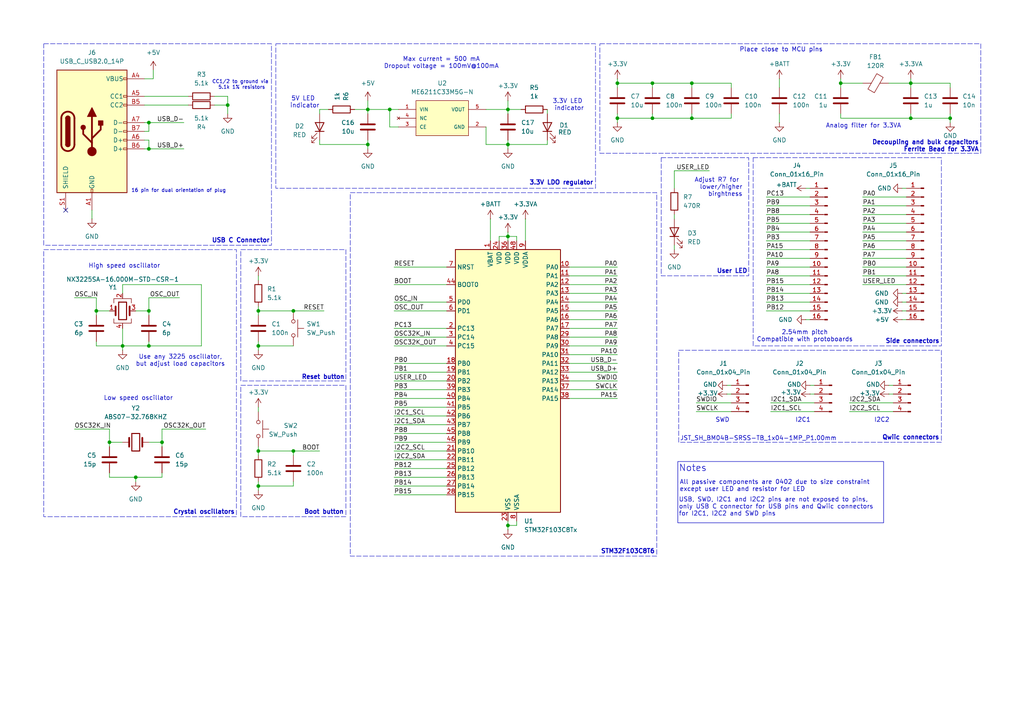
<source format=kicad_sch>
(kicad_sch (version 20250114) (generator "eeschema") (generator_version "9.0")
  (paper "A4")
  (title_block (title "SparkFun Qwiic-Compatible STM32F103C8T6") (date "2025-10-23") (rev "1.0") (company "Marko Petrov"))
  (lib_symbols
    (symbol "Connector:Conn_01x04_Pin" (pin_names (offset 1.016) (hide yes))
      (property "Reference" "J" (at 0 5.08 0))
      (property "Value" "Conn_01x04_Pin" (at 0 -7.62 0))
      (symbol "Conn_01x04_Pin_1_1"
        (pin passive line (at 5.08 2.54 180) (length 3.81) (name "Pin_1") (number "1"))
        (pin passive line (at 5.08 0 180) (length 3.81) (name "Pin_2") (number "2"))
        (pin passive line (at 5.08 -2.54 180) (length 3.81) (name "Pin_3") (number "3"))
        (pin passive line (at 5.08 -5.08 180) (length 3.81) (name "Pin_4") (number "4"))
      )
    )
    (symbol "Connector:Conn_01x16_Pin" (pin_names (offset 1.016) (hide yes))
      (property "Reference" "J" (at 0 20.32 0))
      (property "Value" "Conn_01x16_Pin" (at 0 -22.86 0))
      (symbol "Conn_01x16_Pin_1_1"
        (pin passive line (at 5.08 17.78 180) (length 3.81) (name "Pin_1") (number "1"))
        (pin passive line (at 5.08 15.24 180) (length 3.81) (name "Pin_2") (number "2"))
        (pin passive line (at 5.08 12.7 180) (length 3.81) (name "Pin_3") (number "3"))
        (pin passive line (at 5.08 10.16 180) (length 3.81) (name "Pin_4") (number "4"))
        (pin passive line (at 5.08 7.62 180) (length 3.81) (name "Pin_5") (number "5"))
        (pin passive line (at 5.08 5.08 180) (length 3.81) (name "Pin_6") (number "6"))
        (pin passive line (at 5.08 2.54 180) (length 3.81) (name "Pin_7") (number "7"))
        (pin passive line (at 5.08 0 180) (length 3.81) (name "Pin_8") (number "8"))
        (pin passive line (at 5.08 -2.54 180) (length 3.81) (name "Pin_9") (number "9"))
        (pin passive line (at 5.08 -5.08 180) (length 3.81) (name "Pin_10") (number "10"))
        (pin passive line (at 5.08 -7.62 180) (length 3.81) (name "Pin_11") (number "11"))
        (pin passive line (at 5.08 -10.16 180) (length 3.81) (name "Pin_12") (number "12"))
        (pin passive line (at 5.08 -12.7 180) (length 3.81) (name "Pin_13") (number "13"))
        (pin passive line (at 5.08 -15.24 180) (length 3.81) (name "Pin_14") (number "14"))
        (pin passive line (at 5.08 -17.78 180) (length 3.81) (name "Pin_15") (number "15"))
        (pin passive line (at 5.08 -20.32 180) (length 3.81) (name "Pin_16") (number "16"))
      )
    )
    (symbol "Connector:USB_C_Receptacle_USB2.0_14P" (pin_names (offset 1.016))
      (property "Reference" "J" (at 0 22.225 0))
      (property "Value" "USB_C_Receptacle_USB2.0_14P" (at 0 19.685 0))
      (symbol "USB_C_Receptacle_USB2.0_14P_1_1"
        (pin passive line (at -7.62 -22.86 90) (length 5.08) (name "SHIELD") (number "S1"))
        (pin passive line (at 0 -22.86 90) (length 5.08) (name "GND") (number "A1"))
        (pin passive line (at 0 -22.86 90) (length 5.08) (hide yes) (name "GND") (number "A12"))
        (pin passive line (at 0 -22.86 90) (length 5.08) (hide yes) (name "GND") (number "B1"))
        (pin passive line (at 0 -22.86 90) (length 5.08) (hide yes) (name "GND") (number "B12"))
        (pin passive line (at 15.24 15.24 180) (length 5.08) (name "VBUS") (number "A4"))
        (pin passive line (at 15.24 15.24 180) (length 5.08) (hide yes) (name "VBUS") (number "A9"))
        (pin passive line (at 15.24 15.24 180) (length 5.08) (hide yes) (name "VBUS") (number "B4"))
        (pin passive line (at 15.24 15.24 180) (length 5.08) (hide yes) (name "VBUS") (number "B9"))
        (pin bidirectional line (at 15.24 10.16 180) (length 5.08) (name "CC1") (number "A5"))
        (pin bidirectional line (at 15.24 7.62 180) (length 5.08) (name "CC2") (number "B5"))
        (pin bidirectional line (at 15.24 2.54 180) (length 5.08) (name "D-") (number "A7"))
        (pin bidirectional line (at 15.24 0 180) (length 5.08) (name "D-") (number "B7"))
        (pin bidirectional line (at 15.24 -2.54 180) (length 5.08) (name "D+") (number "A6"))
        (pin bidirectional line (at 15.24 -5.08 180) (length 5.08) (name "D+") (number "B6"))
      )
    )
    (symbol "Device:C" (pin_numbers (hide yes)) (pin_names (offset 0.254))
      (property "Reference" "C" (at 0.635 2.54 0))
      (property "Value" "C" (at 0.635 -2.54 0))
      (symbol "C_1_1"
        (pin passive line (at 0 3.81 270) (length 2.794) (name "~") (number "1"))
        (pin passive line (at 0 -3.81 90) (length 2.794) (name "~") (number "2"))
      )
    )
    (symbol "Device:Crystal" (pin_numbers (hide yes)) (pin_names (offset 1.016) (hide yes))
      (property "Reference" "Y" (at 0 3.81 0))
      (property "Value" "Crystal" (at 0 -3.81 0))
      (symbol "Crystal_1_1"
        (pin passive line (at -3.81 0 0) (length 1.27) (name "1") (number "1"))
        (pin passive line (at 3.81 0 180) (length 1.27) (name "2") (number "2"))
      )
    )
    (symbol "Device:Crystal_GND24" (pin_names (offset 1.016) (hide yes))
      (property "Reference" "Y" (at 3.175 5.08 0))
      (property "Value" "Crystal_GND24" (at 3.175 3.175 0))
      (symbol "Crystal_GND24_1_1"
        (pin passive line (at -3.81 0 0) (length 1.27) (name "1") (number "1"))
        (pin passive line (at 0 5.08 270) (length 1.27) (name "2") (number "2"))
        (pin passive line (at 0 -5.08 90) (length 1.27) (name "4") (number "4"))
        (pin passive line (at 3.81 0 180) (length 1.27) (name "3") (number "3"))
      )
    )
    (symbol "Device:FerriteBead" (pin_numbers (hide yes)) (pin_names (offset 0))
      (property "Reference" "FB" (at -3.81 0.635 90))
      (property "Value" "FerriteBead" (at 3.81 0 90))
      (symbol "FerriteBead_1_1"
        (pin passive line (at 0 3.81 270) (length 2.54) (name "~") (number "1"))
        (pin passive line (at 0 -3.81 90) (length 2.54) (name "~") (number "2"))
      )
    )
    (symbol "Device:LED" (pin_numbers (hide yes)) (pin_names (offset 1.016) (hide yes))
      (property "Reference" "D" (at 0 2.54 0))
      (property "Value" "LED" (at 0 -2.54 0))
      (symbol "LED_1_1"
        (pin passive line (at -3.81 0 0) (length 2.54) (name "K") (number "1"))
        (pin passive line (at 3.81 0 180) (length 2.54) (name "A") (number "2"))
      )
    )
    (symbol "Device:R" (pin_numbers (hide yes)) (pin_names (offset 0))
      (property "Reference" "R" (at 2.032 0 90))
      (property "Value" "R" (at 0 0 90))
      (symbol "R_1_1"
        (pin passive line (at 0 3.81 270) (length 1.27) (name "~") (number "1"))
        (pin passive line (at 0 -3.81 90) (length 1.27) (name "~") (number "2"))
      )
    )
    (symbol "MCU_ST_STM32F1:STM32F103C8Tx"
      (property "Reference" "U" (at -15.24 39.37 0))
      (property "Value" "STM32F103C8Tx" (at 7.62 39.37 0))
      (symbol "STM32F103C8Tx_1_1"
        (pin input line (at -17.78 33.02 0) (length 2.54) (name "NRST") (number "7"))
        (pin input line (at -17.78 27.94 0) (length 2.54) (name "BOOT0") (number "44"))
        (pin bidirectional line (at -17.78 22.86 0) (length 2.54) (name "PD0") (number "5"))
        (pin bidirectional line (at -17.78 20.32 0) (length 2.54) (name "PD1") (number "6"))
        (pin bidirectional line (at -17.78 15.24 0) (length 2.54) (name "PC13") (number "2"))
        (pin bidirectional line (at -17.78 12.7 0) (length 2.54) (name "PC14") (number "3"))
        (pin bidirectional line (at -17.78 10.16 0) (length 2.54) (name "PC15") (number "4"))
        (pin bidirectional line (at -17.78 5.08 0) (length 2.54) (name "PB0") (number "18"))
        (pin bidirectional line (at -17.78 2.54 0) (length 2.54) (name "PB1") (number "19"))
        (pin bidirectional line (at -17.78 0 0) (length 2.54) (name "PB2") (number "20"))
        (pin bidirectional line (at -17.78 -2.54 0) (length 2.54) (name "PB3") (number "39"))
        (pin bidirectional line (at -17.78 -5.08 0) (length 2.54) (name "PB4") (number "40"))
        (pin bidirectional line (at -17.78 -7.62 0) (length 2.54) (name "PB5") (number "41"))
        (pin bidirectional line (at -17.78 -10.16 0) (length 2.54) (name "PB6") (number "42"))
        (pin bidirectional line (at -17.78 -12.7 0) (length 2.54) (name "PB7") (number "43"))
        (pin bidirectional line (at -17.78 -15.24 0) (length 2.54) (name "PB8") (number "45"))
        (pin bidirectional line (at -17.78 -17.78 0) (length 2.54) (name "PB9") (number "46"))
        (pin bidirectional line (at -17.78 -20.32 0) (length 2.54) (name "PB10") (number "21"))
        (pin bidirectional line (at -17.78 -22.86 0) (length 2.54) (name "PB11") (number "22"))
        (pin bidirectional line (at -17.78 -25.4 0) (length 2.54) (name "PB12") (number "25"))
        (pin bidirectional line (at -17.78 -27.94 0) (length 2.54) (name "PB13") (number "26"))
        (pin bidirectional line (at -17.78 -30.48 0) (length 2.54) (name "PB14") (number "27"))
        (pin bidirectional line (at -17.78 -33.02 0) (length 2.54) (name "PB15") (number "28"))
        (pin power_in line (at -5.08 40.64 270) (length 2.54) (name "VBAT") (number "1"))
        (pin power_in line (at -2.54 40.64 270) (length 2.54) (name "VDD") (number "24"))
        (pin power_in line (at 0 40.64 270) (length 2.54) (name "VDD") (number "36"))
        (pin power_in line (at 0 -40.64 90) (length 2.54) (name "VSS") (number "23"))
        (pin passive line (at 0 -40.64 90) (length 2.54) (hide yes) (name "VSS") (number "35"))
        (pin passive line (at 0 -40.64 90) (length 2.54) (hide yes) (name "VSS") (number "47"))
        (pin power_in line (at 2.54 40.64 270) (length 2.54) (name "VDD") (number "48"))
        (pin power_in line (at 2.54 -40.64 90) (length 2.54) (name "VSSA") (number "8"))
        (pin power_in line (at 5.08 40.64 270) (length 2.54) (name "VDDA") (number "9"))
        (pin bidirectional line (at 17.78 33.02 180) (length 2.54) (name "PA0") (number "10"))
        (pin bidirectional line (at 17.78 30.48 180) (length 2.54) (name "PA1") (number "11"))
        (pin bidirectional line (at 17.78 27.94 180) (length 2.54) (name "PA2") (number "12"))
        (pin bidirectional line (at 17.78 25.4 180) (length 2.54) (name "PA3") (number "13"))
        (pin bidirectional line (at 17.78 22.86 180) (length 2.54) (name "PA4") (number "14"))
        (pin bidirectional line (at 17.78 20.32 180) (length 2.54) (name "PA5") (number "15"))
        (pin bidirectional line (at 17.78 17.78 180) (length 2.54) (name "PA6") (number "16"))
        (pin bidirectional line (at 17.78 15.24 180) (length 2.54) (name "PA7") (number "17"))
        (pin bidirectional line (at 17.78 12.7 180) (length 2.54) (name "PA8") (number "29"))
        (pin bidirectional line (at 17.78 10.16 180) (length 2.54) (name "PA9") (number "30"))
        (pin bidirectional line (at 17.78 7.62 180) (length 2.54) (name "PA10") (number "31"))
        (pin bidirectional line (at 17.78 5.08 180) (length 2.54) (name "PA11") (number "32"))
        (pin bidirectional line (at 17.78 2.54 180) (length 2.54) (name "PA12") (number "33"))
        (pin bidirectional line (at 17.78 0 180) (length 2.54) (name "PA13") (number "34"))
        (pin bidirectional line (at 17.78 -2.54 180) (length 2.54) (name "PA14") (number "37"))
        (pin bidirectional line (at 17.78 -5.08 180) (length 2.54) (name "PA15") (number "38"))
      )
    )
    (symbol "Switch:SW_Push" (pin_numbers (hide yes)) (pin_names (offset 1.016) (hide yes))
      (property "Reference" "SW" (at 1.27 2.54 0))
      (property "Value" "SW_Push" (at 0 -1.524 0))
      (symbol "SW_Push_0_1"
        (pin passive line (at -5.08 0 0) (length 2.54) (name "1") (number "1"))
        (pin passive line (at 5.08 0 180) (length 2.54) (name "2") (number "2"))
      )
    )
    (symbol "User:XC6210B332MR-G" (pin_names (offset 1.016))
      (property "Reference" "U" (at -7.62 7.62 0))
      (property "Value" "XC6210B332MR-G" (at -7.62 -7.62 0))
      (symbol "XC6210B332MR-G_0_0"
        (pin input line (at -12.7 2.54 0) (length 5.08) (name "VIN") (number "1"))
        (pin no_connect line (at -12.7 0 0) (length 5.08) (name "NC") (number "4"))
        (pin bidirectional line (at -12.7 -2.54 0) (length 5.08) (name "CE") (number "3"))
        (pin output line (at 12.7 2.54 180) (length 5.08) (name "VOUT") (number "5"))
        (pin power_in line (at 12.7 -2.54 180) (length 5.08) (name "GND") (number "2"))
      )
    )
    (symbol "power:+3.3V" (power) (pin_numbers (hide yes)) (pin_names (offset 0) (hide yes))
      (property "Value" "+3.3V" (at 0 3.556 0))
      (symbol "+3.3V_1_1"
        (pin power_in line (at 0 0 90) (length 0) (name "~") (number "1"))
      )
    )
    (symbol "power:+3.3VA" (power) (pin_numbers (hide yes)) (pin_names (offset 0) (hide yes))
      (property "Value" "+3.3VA" (at 0 3.556 0))
      (symbol "+3.3VA_1_1"
        (pin power_in line (at 0 0 90) (length 0) (name "~") (number "1"))
      )
    )
    (symbol "power:+5V" (power) (pin_numbers (hide yes)) (pin_names (offset 0) (hide yes))
      (property "Value" "+5V" (at 0 3.556 0))
      (symbol "+5V_1_1"
        (pin power_in line (at 0 0 90) (length 0) (name "~") (number "1"))
      )
    )
    (symbol "power:+BATT" (power) (pin_numbers (hide yes)) (pin_names (offset 0) (hide yes))
      (property "Value" "+BATT" (at 0 3.556 0))
      (symbol "+BATT_1_1"
        (pin power_in line (at 0 0 90) (length 0) (name "~") (number "1"))
      )
    )
    (symbol "power:GND" (power) (pin_numbers (hide yes)) (pin_names (offset 0) (hide yes))
      (property "Value" "GND" (at 0 -3.81 0))
      (symbol "GND_1_1"
        (pin power_in line (at 0 0 270) (length 0) (name "~") (number "1"))
      )
    )
  )
  (rectangle (start 196.596 133.858) (end 256.286 151.638))
  (rectangle (start 191.77 45.72) (end 217.17 80.01) (stroke (width 0.127) (type dash)))
  (rectangle (start 12.7 72.39) (end 68.58 149.86) (stroke (width 0.127) (type dash)))
  (rectangle (start 218.44 45.72) (end 273.05 100.33) (stroke (width 0.127) (type dash)))
  (rectangle (start 101.6 55.88) (end 190.5 161.29) (stroke (width 0.127) (type dash)))
  (rectangle (start 69.85 72.39) (end 100.33 110.49) (stroke (width 0.127) (type dash)))
  (rectangle (start 12.7 12.7) (end 78.74 71.12) (stroke (width 0.127) (type dash)))
  (rectangle (start 80.01 12.7) (end 172.72 54.61) (stroke (width 0.127) (type dash)))
  (rectangle (start 69.85 111.76) (end 100.33 149.86) (stroke (width 0.127) (type dash)))
  (rectangle (start 196.85 101.6) (end 273.05 128.27) (stroke (width 0.127) (type dash)))
  (rectangle (start 173.99 12.7) (end 284.48 44.45) (stroke (width 0.127) (type dash)))
  (text "Reset button" (at 93.726 109.474 0) (effects (font (size 1.27 1.27) (thickness 0.254) (bold yes))))
  (text "Analog filter for 3.3VA" (at 250.444 36.576 0) (effects (font (size 1.27 1.27))))
  (text "Low speed oscillator" (at 40.132 115.57 0) (effects (font (size 1.27 1.27))))
  (text "I2C1" (at 232.918 121.92 0) (effects (font (size 1.27 1.27) (thickness 0.1588))))
  (text "3.3V LED \nindicator" (at 165.1 30.48 0) (effects (font (size 1.27 1.27))))
  (text "Place close to MCU pins" (at 226.568 14.478 0) (effects (font (size 1.27 1.27) (thickness 0.1588))))
  (text "Adjust R7 for \nlower/higher\nbirghtness" (at 215.392 54.356 0) (effects (font (size 1.27 1.27)) (justify right)))
  (text "Boot button" (at 93.98 148.59 0) (effects (font (size 1.27 1.27) (thickness 0.254) (bold yes))))
  (text "SWD" (at 209.55 121.92 0) (effects (font (size 1.27 1.27))))
  (text "CC1/2 to ground via \n5.1k 1% resistors" (at 70.104 24.638 0) (effects (font (size 1.016 1.016))))
  (text "Crystal oscillators" (at 59.182 148.59 0) (effects (font (size 1.27 1.27) (thickness 0.254) (bold yes))))
  (text "User LED" (at 212.344 78.74 0) (effects (font (size 1.27 1.27) (thickness 0.254) (bold yes))))
  (text "5V LED \nindicator" (at 88.392 29.718 0) (effects (font (size 1.27 1.27))))
  (text "Decoupling and bulk capacitors\nFerrite Bead for 3.3VA" (at 283.972 42.418 0) (effects (font (size 1.27 1.27) (thickness 0.254) (bold yes)) (justify right)))
  (text "USB, SWD, I2C1 and I2C2 pins are not exposed to pins,\nonly USB C connector for USB pins and Qwiic connectors\nfor I2C1, I2C2 and SWD pins" (at 196.85 147.066 0) (effects (font (size 1.27 1.27)) (justify left)))
  (text "2.54mm pitch\nCompatible with protoboards" (at 233.426 97.536 0) (effects (font (size 1.27 1.27) (thickness 0.1588))))
  (text "USB C Connector" (at 69.85 69.85 0) (effects (font (size 1.27 1.27) (thickness 0.254) (bold yes))))
  (text "STM32F103C8T6" (at 182.118 160.02 0) (effects (font (size 1.27 1.27) (thickness 0.254) (bold yes))))
  (text "3.3V LDO regulator" (at 162.814 53.086 0) (effects (font (size 1.27 1.27) (thickness 0.254) (bold yes))))
  (text "All passive components are 0402 due to size constraint\nexcept user LED and resistor for LED" (at 197.104 140.97 0) (effects (font (size 1.27 1.27) (thickness 0.1588)) (justify left)))
  (text "Max current = 500 mA\nDropout voltage = 100mV@100mA" (at 128.016 18.288 0) (effects (font (size 1.27 1.27))))
  (text "16 pin for dual orientation of plug" (at 51.816 55.372 0) (effects (font (size 1.016 1.016))))
  (text "Side connectors" (at 264.668 99.06 0) (effects (font (size 1.27 1.27) (thickness 0.254) (bold yes))))
  (text "Notes" (at 196.85 135.89 0) (effects (font (size 1.905 1.905) (thickness 0.1588)) (justify left)))
  (text "High speed oscillator" (at 36.068 77.216 0) (effects (font (size 1.27 1.27))))
  (text "I2C2" (at 255.778 121.92 0) (effects (font (size 1.27 1.27) (thickness 0.1588))))
  (text "Use any 3225 oscillator,\nbut adjust load capacitors" (at 52.324 104.648 0) (effects (font (size 1.27 1.27))))
  (text "JST_SH_BM04B-SRSS-TB_1x04-1MP_P1.00mm" (at 219.964 127.254 0) (effects (font (size 1.27 1.27))))
  (text "Qwiic connectors" (at 264.16 127 0) (effects (font (size 1.27 1.27) (thickness 0.254) (bold yes))))
  (junction (at 43.18 35.56))
  (junction (at 189.23 24.13))
  (junction (at 74.93 130.81))
  (junction (at 66.04 30.48))
  (junction (at 113.03 31.75))
  (junction (at 106.68 41.91))
  (junction (at 85.09 130.81))
  (junction (at 74.93 100.33))
  (junction (at 85.09 90.17))
  (junction (at 147.32 152.4))
  (junction (at 200.66 24.13))
  (junction (at 43.18 43.18))
  (junction (at 31.75 128.27))
  (junction (at 43.18 100.33))
  (junction (at 35.56 100.33))
  (junction (at 147.32 68.58))
  (junction (at 74.93 140.97))
  (junction (at 147.32 41.91))
  (junction (at 43.18 90.17))
  (junction (at 264.16 24.13))
  (junction (at 179.07 24.13))
  (junction (at 74.93 90.17))
  (junction (at 39.37 138.43))
  (junction (at 147.32 31.75))
  (junction (at 27.94 90.17))
  (junction (at 46.99 128.27))
  (junction (at 275.59 34.29))
  (junction (at 200.66 34.29))
  (junction (at 243.84 24.13))
  (junction (at 189.23 34.29))
  (junction (at 179.07 34.29))
  (junction (at 264.16 34.29))
  (junction (at 106.68 31.75))
  (no_connect (at 19.05 60.96))
  (wire (pts (xy 35.56 101.6) (xy 35.56 100.33)))
  (wire (pts (xy 264.16 34.29) (xy 243.84 34.29)))
  (wire (pts (xy 147.32 43.18) (xy 147.32 41.91)))
  (wire (pts (xy 222.25 69.85) (xy 234.95 69.85)))
  (wire (pts (xy 39.37 139.7) (xy 39.37 138.43)))
  (wire (pts (xy 250.19 64.77) (xy 262.89 64.77)))
  (wire (pts (xy 27.94 86.36) (xy 27.94 90.17)))
  (wire (pts (xy 195.58 71.12) (xy 195.58 72.39)))
  (wire (pts (xy 147.32 40.64) (xy 147.32 41.91)))
  (wire (pts (xy 85.09 90.17) (xy 93.98 90.17)))
  (wire (pts (xy 85.09 130.81) (xy 92.71 130.81)))
  (wire (pts (xy 35.56 82.55) (xy 58.42 82.55)))
  (wire (pts (xy 43.18 40.64) (xy 43.18 43.18)))
  (wire (pts (xy 66.04 30.48) (xy 66.04 33.02)))
  (wire (pts (xy 250.19 72.39) (xy 262.89 72.39)))
  (wire (pts (xy 115.57 36.83) (xy 113.03 36.83)))
  (wire (pts (xy 189.23 34.29) (xy 200.66 34.29)))
  (wire (pts (xy 114.3 105.41) (xy 129.54 105.41)))
  (wire (pts (xy 35.56 95.25) (xy 35.56 100.33)))
  (wire (pts (xy 165.1 105.41) (xy 179.07 105.41)))
  (wire (pts (xy 147.32 41.91) (xy 158.75 41.91)))
  (wire (pts (xy 250.19 67.31) (xy 262.89 67.31)))
  (wire (pts (xy 250.19 69.85) (xy 262.89 69.85)))
  (wire (pts (xy 106.68 41.91) (xy 106.68 43.18)))
  (wire (pts (xy 147.32 33.02) (xy 147.32 31.75)))
  (wire (pts (xy 46.99 128.27) (xy 43.18 128.27)))
  (wire (pts (xy 66.04 27.94) (xy 66.04 30.48)))
  (wire (pts (xy 222.25 67.31) (xy 234.95 67.31)))
  (wire (pts (xy 179.07 34.29) (xy 189.23 34.29)))
  (wire (pts (xy 106.68 29.21) (xy 106.68 31.75)))
  (wire (pts (xy 147.32 29.21) (xy 147.32 31.75)))
  (wire (pts (xy 114.3 113.03) (xy 129.54 113.03)))
  (wire (pts (xy 43.18 35.56) (xy 53.34 35.56)))
  (wire (pts (xy 223.52 116.84) (xy 236.22 116.84)))
  (wire (pts (xy 234.95 114.3) (xy 236.22 114.3)))
  (wire (pts (xy 147.32 151.13) (xy 147.32 152.4)))
  (wire (pts (xy 58.42 100.33) (xy 43.18 100.33)))
  (wire (pts (xy 179.07 34.29) (xy 179.07 35.56)))
  (wire (pts (xy 74.93 90.17) (xy 74.93 91.44)))
  (wire (pts (xy 261.62 85.09) (xy 262.89 85.09)))
  (wire (pts (xy 250.19 80.01) (xy 262.89 80.01)))
  (wire (pts (xy 149.86 151.13) (xy 149.86 152.4)))
  (wire (pts (xy 144.78 68.58) (xy 144.78 69.85)))
  (wire (pts (xy 43.18 43.18) (xy 53.34 43.18)))
  (wire (pts (xy 257.81 111.76) (xy 259.08 111.76)))
  (wire (pts (xy 74.93 100.33) (xy 85.09 100.33)))
  (wire (pts (xy 233.68 54.61) (xy 234.95 54.61)))
  (wire (pts (xy 43.18 100.33) (xy 35.56 100.33)))
  (wire (pts (xy 210.82 111.76) (xy 212.09 111.76)))
  (wire (pts (xy 165.1 97.79) (xy 179.07 97.79)))
  (wire (pts (xy 179.07 24.13) (xy 179.07 25.4)))
  (wire (pts (xy 74.93 90.17) (xy 85.09 90.17)))
  (wire (pts (xy 261.62 54.61) (xy 262.89 54.61)))
  (wire (pts (xy 27.94 100.33) (xy 35.56 100.33)))
  (wire (pts (xy 46.99 138.43) (xy 46.99 137.16)))
  (wire (pts (xy 43.18 35.56) (xy 43.18 38.1)))
  (wire (pts (xy 74.93 118.11) (xy 74.93 119.38)))
  (wire (pts (xy 275.59 25.4) (xy 275.59 24.13)))
  (wire (pts (xy 58.42 82.55) (xy 58.42 100.33)))
  (wire (pts (xy 165.1 80.01) (xy 179.07 80.01)))
  (wire (pts (xy 85.09 140.97) (xy 74.93 140.97)))
  (wire (pts (xy 261.62 92.71) (xy 262.89 92.71)))
  (wire (pts (xy 195.58 49.53) (xy 195.58 54.61)))
  (wire (pts (xy 275.59 34.29) (xy 275.59 35.56)))
  (wire (pts (xy 212.09 25.4) (xy 212.09 24.13)))
  (wire (pts (xy 243.84 24.13) (xy 250.19 24.13)))
  (wire (pts (xy 222.25 72.39) (xy 234.95 72.39)))
  (wire (pts (xy 165.1 82.55) (xy 179.07 82.55)))
  (wire (pts (xy 246.38 116.84) (xy 259.08 116.84)))
  (wire (pts (xy 43.18 90.17) (xy 39.37 90.17)))
  (wire (pts (xy 95.25 31.75) (xy 92.71 31.75)))
  (wire (pts (xy 234.95 111.76) (xy 236.22 111.76)))
  (wire (pts (xy 92.71 41.91) (xy 106.68 41.91)))
  (wire (pts (xy 250.19 62.23) (xy 262.89 62.23)))
  (wire (pts (xy 222.25 57.15) (xy 234.95 57.15)))
  (wire (pts (xy 147.32 69.85) (xy 147.32 68.58)))
  (wire (pts (xy 62.23 27.94) (xy 66.04 27.94)))
  (wire (pts (xy 179.07 22.86) (xy 179.07 24.13)))
  (wire (pts (xy 113.03 31.75) (xy 113.03 36.83)))
  (wire (pts (xy 243.84 33.02) (xy 243.84 34.29)))
  (wire (pts (xy 114.3 123.19) (xy 129.54 123.19)))
  (wire (pts (xy 223.52 119.38) (xy 236.22 119.38)))
  (wire (pts (xy 114.3 95.25) (xy 129.54 95.25)))
  (wire (pts (xy 44.45 20.32) (xy 44.45 22.86)))
  (wire (pts (xy 226.06 33.02) (xy 226.06 35.56)))
  (wire (pts (xy 74.93 129.54) (xy 74.93 130.81)))
  (wire (pts (xy 165.1 115.57) (xy 179.07 115.57)))
  (wire (pts (xy 222.25 62.23) (xy 234.95 62.23)))
  (wire (pts (xy 257.81 24.13) (xy 264.16 24.13)))
  (wire (pts (xy 74.93 139.7) (xy 74.93 140.97)))
  (wire (pts (xy 226.06 22.86) (xy 226.06 25.4)))
  (wire (pts (xy 264.16 33.02) (xy 264.16 34.29)))
  (wire (pts (xy 243.84 24.13) (xy 243.84 25.4)))
  (wire (pts (xy 44.45 22.86) (xy 41.91 22.86)))
  (wire (pts (xy 250.19 77.47) (xy 262.89 77.47)))
  (wire (pts (xy 201.93 119.38) (xy 212.09 119.38)))
  (wire (pts (xy 165.1 92.71) (xy 179.07 92.71)))
  (wire (pts (xy 114.3 138.43) (xy 129.54 138.43)))
  (wire (pts (xy 222.25 80.01) (xy 234.95 80.01)))
  (wire (pts (xy 35.56 85.09) (xy 35.56 82.55)))
  (wire (pts (xy 147.32 68.58) (xy 144.78 68.58)))
  (wire (pts (xy 189.23 33.02) (xy 189.23 34.29)))
  (wire (pts (xy 264.16 25.4) (xy 264.16 24.13)))
  (wire (pts (xy 46.99 129.54) (xy 46.99 128.27)))
  (wire (pts (xy 189.23 24.13) (xy 189.23 25.4)))
  (wire (pts (xy 92.71 40.64) (xy 92.71 41.91)))
  (wire (pts (xy 264.16 24.13) (xy 275.59 24.13)))
  (wire (pts (xy 114.3 140.97) (xy 129.54 140.97)))
  (wire (pts (xy 31.75 124.46) (xy 31.75 128.27)))
  (wire (pts (xy 41.91 35.56) (xy 43.18 35.56)))
  (wire (pts (xy 165.1 113.03) (xy 179.07 113.03)))
  (wire (pts (xy 46.99 128.27) (xy 46.99 124.46)))
  (wire (pts (xy 261.62 90.17) (xy 262.89 90.17)))
  (wire (pts (xy 201.93 116.84) (xy 212.09 116.84)))
  (wire (pts (xy 222.25 90.17) (xy 234.95 90.17)))
  (wire (pts (xy 74.93 100.33) (xy 74.93 101.6)))
  (wire (pts (xy 41.91 40.64) (xy 43.18 40.64)))
  (wire (pts (xy 43.18 90.17) (xy 43.18 86.36)))
  (wire (pts (xy 149.86 68.58) (xy 147.32 68.58)))
  (wire (pts (xy 92.71 31.75) (xy 92.71 33.02)))
  (wire (pts (xy 46.99 138.43) (xy 39.37 138.43)))
  (wire (pts (xy 114.3 115.57) (xy 129.54 115.57)))
  (wire (pts (xy 210.82 114.3) (xy 212.09 114.3)))
  (wire (pts (xy 31.75 90.17) (xy 27.94 90.17)))
  (wire (pts (xy 165.1 95.25) (xy 179.07 95.25)))
  (wire (pts (xy 114.3 118.11) (xy 129.54 118.11)))
  (wire (pts (xy 140.97 36.83) (xy 140.97 41.91)))
  (wire (pts (xy 74.93 140.97) (xy 74.93 142.24)))
  (wire (pts (xy 189.23 24.13) (xy 200.66 24.13)))
  (wire (pts (xy 275.59 34.29) (xy 264.16 34.29)))
  (wire (pts (xy 140.97 41.91) (xy 147.32 41.91)))
  (wire (pts (xy 147.32 31.75) (xy 151.13 31.75)))
  (wire (pts (xy 41.91 27.94) (xy 54.61 27.94)))
  (wire (pts (xy 31.75 128.27) (xy 31.75 129.54)))
  (wire (pts (xy 85.09 139.7) (xy 85.09 140.97)))
  (wire (pts (xy 106.68 31.75) (xy 106.68 33.02)))
  (wire (pts (xy 165.1 110.49) (xy 179.07 110.49)))
  (wire (pts (xy 212.09 33.02) (xy 212.09 34.29)))
  (wire (pts (xy 264.16 24.13) (xy 264.16 22.86)))
  (wire (pts (xy 114.3 130.81) (xy 129.54 130.81)))
  (wire (pts (xy 114.3 87.63) (xy 129.54 87.63)))
  (wire (pts (xy 74.93 130.81) (xy 85.09 130.81)))
  (wire (pts (xy 74.93 88.9) (xy 74.93 90.17)))
  (wire (pts (xy 106.68 40.64) (xy 106.68 41.91)))
  (wire (pts (xy 114.3 77.47) (xy 129.54 77.47)))
  (wire (pts (xy 222.25 74.93) (xy 234.95 74.93)))
  (wire (pts (xy 46.99 124.46) (xy 59.69 124.46)))
  (wire (pts (xy 233.68 92.71) (xy 234.95 92.71)))
  (wire (pts (xy 200.66 24.13) (xy 200.66 25.4)))
  (wire (pts (xy 222.25 85.09) (xy 234.95 85.09)))
  (wire (pts (xy 250.19 74.93) (xy 262.89 74.93)))
  (wire (pts (xy 179.07 24.13) (xy 189.23 24.13)))
  (wire (pts (xy 222.25 87.63) (xy 234.95 87.63)))
  (wire (pts (xy 149.86 152.4) (xy 147.32 152.4)))
  (wire (pts (xy 275.59 33.02) (xy 275.59 34.29)))
  (wire (pts (xy 165.1 107.95) (xy 179.07 107.95)))
  (wire (pts (xy 140.97 31.75) (xy 147.32 31.75)))
  (wire (pts (xy 114.3 97.79) (xy 129.54 97.79)))
  (wire (pts (xy 222.25 59.69) (xy 234.95 59.69)))
  (wire (pts (xy 41.91 30.48) (xy 54.61 30.48)))
  (wire (pts (xy 261.62 87.63) (xy 262.89 87.63)))
  (wire (pts (xy 114.3 90.17) (xy 129.54 90.17)))
  (wire (pts (xy 222.25 64.77) (xy 234.95 64.77)))
  (wire (pts (xy 243.84 22.86) (xy 243.84 24.13)))
  (wire (pts (xy 115.57 31.75) (xy 113.03 31.75)))
  (wire (pts (xy 179.07 33.02) (xy 179.07 34.29)))
  (wire (pts (xy 114.3 107.95) (xy 129.54 107.95)))
  (wire (pts (xy 21.59 124.46) (xy 31.75 124.46)))
  (wire (pts (xy 102.87 31.75) (xy 106.68 31.75)))
  (wire (pts (xy 62.23 30.48) (xy 66.04 30.48)))
  (wire (pts (xy 142.24 63.5) (xy 142.24 69.85)))
  (wire (pts (xy 31.75 138.43) (xy 39.37 138.43)))
  (wire (pts (xy 43.18 100.33) (xy 43.18 99.06)))
  (wire (pts (xy 147.32 67.31) (xy 147.32 68.58)))
  (wire (pts (xy 114.3 133.35) (xy 129.54 133.35)))
  (wire (pts (xy 114.3 100.33) (xy 129.54 100.33)))
  (wire (pts (xy 85.09 130.81) (xy 85.09 132.08)))
  (wire (pts (xy 27.94 99.06) (xy 27.94 100.33)))
  (wire (pts (xy 246.38 119.38) (xy 259.08 119.38)))
  (wire (pts (xy 26.67 60.96) (xy 26.67 63.5)))
  (wire (pts (xy 41.91 38.1) (xy 43.18 38.1)))
  (wire (pts (xy 165.1 102.87) (xy 179.07 102.87)))
  (wire (pts (xy 27.94 90.17) (xy 27.94 91.44)))
  (wire (pts (xy 158.75 40.64) (xy 158.75 41.91)))
  (wire (pts (xy 195.58 62.23) (xy 195.58 63.5)))
  (wire (pts (xy 165.1 100.33) (xy 179.07 100.33)))
  (wire (pts (xy 31.75 137.16) (xy 31.75 138.43)))
  (wire (pts (xy 165.1 77.47) (xy 179.07 77.47)))
  (wire (pts (xy 74.93 130.81) (xy 74.93 132.08)))
  (wire (pts (xy 41.91 43.18) (xy 43.18 43.18)))
  (wire (pts (xy 149.86 69.85) (xy 149.86 68.58)))
  (wire (pts (xy 114.3 120.65) (xy 129.54 120.65)))
  (wire (pts (xy 250.19 82.55) (xy 262.89 82.55)))
  (wire (pts (xy 114.3 110.49) (xy 129.54 110.49)))
  (wire (pts (xy 114.3 82.55) (xy 129.54 82.55)))
  (wire (pts (xy 200.66 34.29) (xy 212.09 34.29)))
  (wire (pts (xy 200.66 24.13) (xy 212.09 24.13)))
  (wire (pts (xy 158.75 31.75) (xy 158.75 33.02)))
  (wire (pts (xy 113.03 31.75) (xy 106.68 31.75)))
  (wire (pts (xy 114.3 128.27) (xy 129.54 128.27)))
  (wire (pts (xy 165.1 90.17) (xy 179.07 90.17)))
  (wire (pts (xy 250.19 57.15) (xy 262.89 57.15)))
  (wire (pts (xy 74.93 80.01) (xy 74.93 81.28)))
  (wire (pts (xy 114.3 125.73) (xy 129.54 125.73)))
  (wire (pts (xy 222.25 82.55) (xy 234.95 82.55)))
  (wire (pts (xy 43.18 91.44) (xy 43.18 90.17)))
  (wire (pts (xy 165.1 85.09) (xy 179.07 85.09)))
  (wire (pts (xy 222.25 77.47) (xy 234.95 77.47)))
  (wire (pts (xy 250.19 59.69) (xy 262.89 59.69)))
  (wire (pts (xy 21.59 86.36) (xy 27.94 86.36)))
  (wire (pts (xy 205.74 49.53) (xy 195.58 49.53)))
  (wire (pts (xy 35.56 128.27) (xy 31.75 128.27)))
  (wire (pts (xy 74.93 99.06) (xy 74.93 100.33)))
  (wire (pts (xy 147.32 152.4) (xy 147.32 153.67)))
  (wire (pts (xy 114.3 143.51) (xy 129.54 143.51)))
  (wire (pts (xy 114.3 135.89) (xy 129.54 135.89)))
  (wire (pts (xy 200.66 33.02) (xy 200.66 34.29)))
  (wire (pts (xy 257.81 114.3) (xy 259.08 114.3)))
  (wire (pts (xy 43.18 86.36) (xy 52.07 86.36)))
  (wire (pts (xy 152.4 63.5) (xy 152.4 69.85)))
  (wire (pts (xy 165.1 87.63) (xy 179.07 87.63)))
  (label "I2C2_SDA" (at 114.3 133.35 0))
  (label "PB5" (at 114.3 118.11 0))
  (label "PC13" (at 114.3 95.25 0))
  (label "USB_D+" (at 53.34 43.18 180))
  (label "PB5" (at 222.25 64.77 0))
  (label "PB9" (at 114.3 128.27 0))
  (label "PB3" (at 222.25 69.85 0))
  (label "I2C1_SDA" (at 223.52 116.84 0))
  (label "PB8" (at 114.3 125.73 0))
  (label "PA5" (at 250.19 69.85 0))
  (label "PB1" (at 250.19 80.01 0))
  (label "PA4" (at 179.07 87.63 180))
  (label "PB14" (at 222.25 85.09 0))
  (label "PB4" (at 222.25 67.31 0))
  (label "USER_LED" (at 250.19 82.55 0))
  (label "OSC_IN" (at 114.3 87.63 0))
  (label "PA4" (at 250.19 67.31 0))
  (label "PA15" (at 179.07 115.57 180))
  (label "PA8" (at 179.07 97.79 180))
  (label "OSC32K_IN" (at 114.3 97.79 0))
  (label "RESET" (at 114.3 77.47 0))
  (label "USER_LED" (at 205.74 49.53 180))
  (label "PA0" (at 250.19 57.15 0))
  (label "PA8" (at 222.25 80.01 0))
  (label "OSC32K_IN" (at 21.59 124.46 0))
  (label "I2C1_SCL" (at 223.52 119.38 0))
  (label "PB15" (at 114.3 143.51 0))
  (label "USER_LED" (at 114.3 110.49 0))
  (label "PA9" (at 179.07 100.33 180))
  (label "I2C2_SCL" (at 246.38 119.38 0))
  (label "PA10" (at 179.07 102.87 180))
  (label "I2C2_SDA" (at 246.38 116.84 0))
  (label "OSC_OUT" (at 52.07 86.36 180))
  (label "I2C1_SDA" (at 114.3 123.19 0))
  (label "USB_D-" (at 179.07 105.41 180))
  (label "USB_D-" (at 53.34 35.56 180))
  (label "PC13" (at 222.25 57.15 0))
  (label "I2C1_SCL" (at 114.3 120.65 0))
  (label "PA6" (at 250.19 72.39 0))
  (label "USB_D+" (at 179.07 107.95 180))
  (label "PA10" (at 222.25 74.93 0))
  (label "PA1" (at 250.19 59.69 0))
  (label "PB8" (at 222.25 62.23 0))
  (label "PB0" (at 250.19 77.47 0))
  (label "SWDIO" (at 201.93 116.84 0))
  (label "PB0" (at 114.3 105.41 0))
  (label "PA2" (at 250.19 62.23 0))
  (label "PA7" (at 250.19 74.93 0))
  (label "SWCLK" (at 201.93 119.38 0))
  (label "SWCLK" (at 179.07 113.03 180))
  (label "OSC32K_OUT" (at 114.3 100.33 0))
  (label "PB4" (at 114.3 115.57 0))
  (label "BOOT" (at 114.3 82.55 0))
  (label "PB3" (at 114.3 113.03 0))
  (label "PA7" (at 179.07 95.25 180))
  (label "PB12" (at 222.25 90.17 0))
  (label "PB15" (at 222.25 82.55 0))
  (label "PB13" (at 114.3 138.43 0))
  (label "PA0" (at 179.07 77.47 180))
  (label "RESET" (at 93.98 90.17 180))
  (label "PA15" (at 222.25 72.39 0))
  (label "PA9" (at 222.25 77.47 0))
  (label "PA3" (at 179.07 85.09 180))
  (label "PA6" (at 179.07 92.71 180))
  (label "PB13" (at 222.25 87.63 0))
  (label "PA1" (at 179.07 80.01 180))
  (label "PA3" (at 250.19 64.77 0))
  (label "OSC_IN" (at 21.59 86.36 0))
  (label "PB1" (at 114.3 107.95 0))
  (label "I2C2_SCL" (at 114.3 130.81 0))
  (label "OSC32K_OUT" (at 59.69 124.46 180))
  (label "PA5" (at 179.07 90.17 180))
  (label "PB12" (at 114.3 135.89 0))
  (label "SWDIO" (at 179.07 110.49 180))
  (label "PB14" (at 114.3 140.97 0))
  (label "PB9" (at 222.25 59.69 0))
  (label "BOOT" (at 92.71 130.81 180))
  (label "OSC_OUT" (at 114.3 90.17 0))
  (label "PA2" (at 179.07 82.55 180))
  (symbol (lib_id "Device:C") (at 275.59 29.21 0) (unit 1)
    (property "Reference" "C14" (at 279.146 27.94 0) (effects (justify left)))
    (property "Value" "10n" (at 279.146 30.48 0) (effects (justify left)))
    (property "Footprint" "Capacitor_SMD:C_0402_1005Metric" (effects (hide yes)))
    (property "Description" "Unpolarized capacitor" (effects (hide yes)))
  )
  (symbol (lib_id "Device:C") (at 147.32 36.83 0) (mirror y) (unit 1)
    (property "Reference" "C17" (at 151.13 35.5599 0) (effects (justify right)))
    (property "Value" "10u" (at 151.13 38.0999 0) (effects (justify right)))
    (property "Footprint" "Capacitor_SMD:C_0402_1005Metric" (effects (hide yes)))
    (property "Description" "Unpolarized capacitor" (effects (hide yes)))
  )
  (symbol (lib_id "Connector:Conn_01x04_Pin") (at 264.16 114.3 0) (mirror y) (unit 1)
    (property "Reference" "J3" (at 254.762 105.41 0))
    (property "Value" "Conn_01x04_Pin" (at 254.762 107.95 0))
    (property "Footprint" "Connector_JST:JST_SH_SM04B-SRSS-TB_1x04-1MP_P1.00mm_Horizontal" (effects (hide yes)))
    (property "Description" "Generic connector, single row, 01x04, script generated" (effects (hide yes)))
  )
  (symbol (lib_id "power:GND") (at 195.58 72.39 0) (unit 1)
    (property "Reference" "#PWR034" (effects (hide yes)))
    (property "Value" "GND" (at 195.58 77.47 0))
    (property "Description" "Power symbol creates a global label with name \"GND\" , ground" (effects (hide yes)))
  )
  (symbol (lib_id "power:+3.3V") (at 179.07 22.86 0) (unit 1)
    (property "Reference" "#PWR017" (effects (hide yes)))
    (property "Value" "+3.3V" (at 179.07 18.542 0))
    (property "Description" "Power symbol creates a global label with name \"+3.3V\"" (effects (hide yes)))
  )
  (symbol (lib_id "Device:R") (at 99.06 31.75 90) (unit 1)
    (property "Reference" "R6" (at 100.33 27.94 0))
    (property "Value" "1k" (at 97.79 27.94 0))
    (property "Footprint" "Resistor_SMD:R_0402_1005Metric" (effects (hide yes)))
    (property "Description" "Resistor" (effects (hide yes)))
  )
  (symbol (lib_id "Device:R") (at 74.93 135.89 0) (unit 1)
    (property "Reference" "R2" (at 77.47 134.6199 0) (effects (justify left)))
    (property "Value" "5.1k" (at 77.47 137.1599 0) (effects (justify left)))
    (property "Footprint" "Resistor_SMD:R_0402_1005Metric" (effects (hide yes)))
    (property "Description" "Resistor" (effects (hide yes)))
  )
  (symbol (lib_id "Device:C") (at 85.09 135.89 0) (unit 1)
    (property "Reference" "C2" (at 88.9 134.6199 0) (effects (justify left)))
    (property "Value" "100n" (at 88.9 137.1599 0) (effects (justify left)))
    (property "Footprint" "Capacitor_SMD:C_0402_1005Metric" (effects (hide yes)))
    (property "Description" "Unpolarized capacitor" (effects (hide yes)))
  )
  (symbol (lib_id "power:+3.3V") (at 234.95 114.3 90) (unit 1)
    (property "Reference" "#PWR015" (effects (hide yes)))
    (property "Value" "+3.3V" (at 229.362 113.792 90))
    (property "Description" "Power symbol creates a global label with name \"+3.3V\"" (effects (hide yes)))
  )
  (symbol (lib_id "Device:R") (at 195.58 58.42 0) (unit 1)
    (property "Reference" "R7" (at 198.12 57.1499 0) (effects (justify left)))
    (property "Value" "470R" (at 198.12 59.6899 0) (effects (justify left)))
    (property "Footprint" "Resistor_SMD:R_0603_1608Metric" (effects (hide yes)))
    (property "Description" "Resistor" (effects (hide yes)))
  )
  (symbol (lib_id "power:GND") (at 26.67 63.5 0) (unit 1)
    (property "Reference" "#PWR025" (effects (hide yes)))
    (property "Value" "GND" (at 26.67 68.58 0))
    (property "Description" "Power symbol creates a global label with name \"GND\" , ground" (effects (hide yes)))
  )
  (symbol (lib_id "Device:LED") (at 195.58 67.31 90) (unit 1)
    (property "Reference" "D3" (at 199.39 67.6274 90) (effects (justify right)))
    (property "Value" "RED" (at 199.39 70.1674 90) (effects (justify right)))
    (property "Footprint" "Capacitor_SMD:C_0603_1608Metric" (effects (hide yes)))
    (property "Description" "Light emitting diode" (effects (hide yes)))
    (property "Sim.Pins" "1=K 2=A" (effects (hide yes)))
  )
  (symbol (lib_id "Device:R") (at 58.42 30.48 270) (mirror x) (unit 1)
    (property "Reference" "R4" (at 58.42 36.83 90))
    (property "Value" "5.1k" (at 58.42 34.29 90))
    (property "Footprint" "Resistor_SMD:R_0402_1005Metric" (effects (hide yes)))
    (property "Description" "Resistor" (effects (hide yes)))
  )
  (symbol (lib_id "Device:R") (at 58.42 27.94 90) (unit 1)
    (property "Reference" "R3" (at 58.42 21.59 90))
    (property "Value" "5.1k" (at 58.42 24.13 90))
    (property "Footprint" "Resistor_SMD:R_0402_1005Metric" (effects (hide yes)))
    (property "Description" "Resistor" (effects (hide yes)))
  )
  (symbol (lib_id "power:GND") (at 147.32 153.67 0) (unit 1)
    (property "Reference" "#PWR01" (effects (hide yes)))
    (property "Value" "GND" (at 147.32 158.75 0))
    (property "Description" "Power symbol creates a global label with name \"GND\" , ground" (effects (hide yes)))
  )
  (symbol (lib_id "power:+3.3V") (at 74.93 80.01 0) (unit 1)
    (property "Reference" "#PWR05" (effects (hide yes)))
    (property "Value" "+3.3V" (at 74.93 75.692 0))
    (property "Description" "Power symbol creates a global label with name \"+3.3V\"" (effects (hide yes)))
  )
  (symbol (lib_id "Device:Crystal_GND24") (at 35.56 90.17 0) (unit 1)
    (property "Reference" "Y1" (at 32.766 83.312 0))
    (property "Value" "NX3225SA-16.000M-STD-CSR-1" (at 35.56 81.026 0))
    (property "Footprint" "Crystal:Crystal_SMD_3225-4Pin_3.2x2.5mm" (effects (hide yes)))
    (property "Description" "Four pin crystal, GND on pins 2 and 4" (effects (hide yes)))
  )
  (symbol (lib_id "power:+5V") (at 106.68 29.21 0) (unit 1)
    (property "Reference" "#PWR030" (effects (hide yes)))
    (property "Value" "+5V" (at 106.68 24.13 0))
    (property "Description" "Power symbol creates a global label with name \"+5V\"" (effects (hide yes)))
  )
  (symbol (lib_id "Device:C") (at 46.99 133.35 0) (mirror y) (unit 1)
    (property "Reference" "C6" (at 50.8 132.0799 0) (effects (justify right)))
    (property "Value" "15p" (at 50.8 134.6199 0) (effects (justify right)))
    (property "Footprint" "Capacitor_SMD:C_0402_1005Metric" (effects (hide yes)))
    (property "Description" "Unpolarized capacitor" (effects (hide yes)))
  )
  (symbol (lib_id "Device:LED") (at 92.71 36.83 270) (mirror x) (unit 1)
    (property "Reference" "D2" (at 86.868 36.576 90))
    (property "Value" "RED" (at 86.868 39.116 90))
    (property "Footprint" "LED_SMD:LED_0402_1005Metric" (effects (hide yes)))
    (property "Description" "Light emitting diode" (effects (hide yes)))
    (property "Sim.Pins" "1=K 2=A" (effects (hide yes)))
  )
  (symbol (lib_id "power:GND") (at 261.62 87.63 270) (unit 1)
    (property "Reference" "#PWR037" (effects (hide yes)))
    (property "Value" "GND" (at 257.81 87.6299 90) (effects (justify right)))
    (property "Description" "Power symbol creates a global label with name \"GND\" , ground" (effects (hide yes)))
  )
  (symbol (lib_id "MCU_ST_STM32F1:STM32F103C8Tx") (at 147.32 110.49 0) (unit 1)
    (property "Reference" "U1" (at 152.0033 151.13 0) (effects (justify left)))
    (property "Value" "STM32F103C8Tx" (at 152.0033 153.67 0) (effects (justify left)))
    (property "Footprint" "Package_QFP:LQFP-48_7x7mm_P0.5mm" (effects (hide yes)))
    (property "Datasheet" "https://www.st.com/resource/en/datasheet/stm32f103c8.pdf" (effects (hide yes)))
    (property "Description" "STMicroelectronics Arm Cortex-M3 MCU, 64KB flash, 20KB RAM, 72 MHz, 2.0-3.6V, 37 GPIO, LQFP48" (effects (hide yes)))
  )
  (symbol (lib_id "Device:C") (at 106.68 36.83 0) (unit 1)
    (property "Reference" "C16" (at 102.87 35.5599 0) (effects (justify right)))
    (property "Value" "10u" (at 102.87 38.0999 0) (effects (justify right)))
    (property "Footprint" "Capacitor_SMD:C_0402_1005Metric" (effects (hide yes)))
    (property "Description" "Unpolarized capacitor" (effects (hide yes)))
  )
  (symbol (lib_id "Connector:Conn_01x04_Pin") (at 217.17 114.3 0) (mirror y) (unit 1)
    (property "Reference" "J1" (at 209.804 105.41 0))
    (property "Value" "Conn_01x04_Pin" (at 209.804 107.95 0))
    (property "Footprint" "Connector_JST:JST_SH_SM04B-SRSS-TB_1x04-1MP_P1.00mm_Horizontal" (effects (hide yes)))
    (property "Description" "Generic connector, single row, 01x04, script generated" (effects (hide yes)))
  )
  (symbol (lib_id "power:GND") (at 261.62 54.61 270) (unit 1)
    (property "Reference" "#PWR039" (effects (hide yes)))
    (property "Value" "GND" (at 258.572 54.61 90) (effects (justify right)))
    (property "Description" "Power symbol creates a global label with name \"GND\" , ground" (effects (hide yes)))
  )
  (symbol (lib_id "Device:LED") (at 158.75 36.83 90) (unit 1)
    (property "Reference" "D1" (at 163.576 36.322 90))
    (property "Value" "RED" (at 163.83 38.354 90))
    (property "Footprint" "LED_SMD:LED_0402_1005Metric" (effects (hide yes)))
    (property "Description" "Light emitting diode" (effects (hide yes)))
    (property "Sim.Pins" "1=K 2=A" (effects (hide yes)))
  )
  (symbol (lib_id "Switch:SW_Push") (at 74.93 124.46 270) (mirror x) (unit 1)
    (property "Reference" "SW2" (at 86.36 123.444 90) (effects (justify right)))
    (property "Value" "SW_Push" (at 86.36 125.984 90) (effects (justify right)))
    (property "Footprint" "Button_Switch_SMD:SW_Push_1P1T_NO_CK_KMR2" (effects (hide yes)))
    (property "Description" "Push button switch, generic, two pins" (effects (hide yes)))
  )
  (symbol (lib_id "Device:Crystal") (at 39.37 128.27 0) (unit 1)
    (property "Reference" "Y2" (at 39.37 118.364 0))
    (property "Value" "ABS07-32.768KHZ" (at 39.37 120.904 0))
    (property "Footprint" "Crystal:Crystal_SMD_EuroQuartz_EQ161-2Pin_3.2x1.5mm" (effects (hide yes)))
    (property "Description" "Two pin crystal" (effects (hide yes)))
  )
  (symbol (lib_id "power:+3.3VA") (at 264.16 22.86 0) (unit 1)
    (property "Reference" "#PWR019" (effects (hide yes)))
    (property "Value" "+3.3VA" (at 264.16 18.542 0))
    (property "Description" "Power symbol creates a global label with name \"+3.3VA\"" (effects (hide yes)))
  )
  (symbol (lib_id "Device:C") (at 189.23 29.21 0) (unit 1)
    (property "Reference" "C8" (at 193.04 27.9399 0) (effects (justify left)))
    (property "Value" "100n" (at 193.04 30.4799 0) (effects (justify left)))
    (property "Footprint" "Capacitor_SMD:C_0402_1005Metric" (effects (hide yes)))
    (property "Description" "Unpolarized capacitor" (effects (hide yes)))
  )
  (symbol (lib_id "Device:C") (at 27.94 95.25 0) (unit 1)
    (property "Reference" "C3" (at 24.13 93.9799 0) (effects (justify right)))
    (property "Value" "6p" (at 24.13 96.5199 0) (effects (justify right)))
    (property "Footprint" "Capacitor_SMD:C_0402_1005Metric" (effects (hide yes)))
    (property "Description" "Unpolarized capacitor" (effects (hide yes)))
  )
  (symbol (lib_id "Device:C") (at 74.93 95.25 0) (unit 1)
    (property "Reference" "C1" (at 78.74 93.9799 0) (effects (justify left)))
    (property "Value" "100n" (at 78.74 96.5199 0) (effects (justify left)))
    (property "Footprint" "Capacitor_SMD:C_0402_1005Metric" (effects (hide yes)))
    (property "Description" "Unpolarized capacitor" (effects (hide yes)))
  )
  (symbol (lib_id "power:+5V") (at 261.62 92.71 90) (unit 1)
    (property "Reference" "#PWR035" (effects (hide yes)))
    (property "Value" "+5V" (at 257.81 92.7099 90) (effects (justify left)))
    (property "Description" "Power symbol creates a global label with name \"+5V\"" (effects (hide yes)))
  )
  (symbol (lib_id "power:GND") (at 35.56 101.6 0) (unit 1)
    (property "Reference" "#PWR09" (effects (hide yes)))
    (property "Value" "GND" (at 35.56 106.68 0))
    (property "Description" "Power symbol creates a global label with name \"GND\" , ground" (effects (hide yes)))
  )
  (symbol (lib_id "Device:R") (at 74.93 85.09 0) (unit 1)
    (property "Reference" "R1" (at 77.47 83.8199 0) (effects (justify left)))
    (property "Value" "5.1k" (at 77.47 86.3599 0) (effects (justify left)))
    (property "Footprint" "Resistor_SMD:R_0402_1005Metric" (effects (hide yes)))
    (property "Description" "Resistor" (effects (hide yes)))
  )
  (symbol (lib_id "power:GND") (at 210.82 111.76 270) (unit 1)
    (property "Reference" "#PWR011" (effects (hide yes)))
    (property "Value" "GND" (at 208.026 111.506 90) (effects (justify right)))
    (property "Description" "Power symbol creates a global label with name \"GND\" , ground" (effects (hide yes)))
  )
  (symbol (lib_id "Device:R") (at 154.94 31.75 90) (unit 1)
    (property "Reference" "R5" (at 154.94 25.4 90))
    (property "Value" "1k" (at 154.94 27.94 90))
    (property "Footprint" "Resistor_SMD:R_0402_1005Metric" (effects (hide yes)))
    (property "Description" "Resistor" (effects (hide yes)))
  )
  (symbol (lib_id "power:+3.3V") (at 243.84 22.86 0) (unit 1)
    (property "Reference" "#PWR022" (effects (hide yes)))
    (property "Value" "+3.3V" (at 243.84 18.542 0))
    (property "Description" "Power symbol creates a global label with name \"+3.3V\"" (effects (hide yes)))
  )
  (symbol (lib_id "User:XC6210B332MR-G") (at 128.27 34.29 0) (unit 1)
    (property "Reference" "U2" (at 128.27 24.13 0))
    (property "Value" "ME6211C33M5G-N" (at 128.27 26.67 0))
    (property "Footprint" "Package_TO_SOT_SMD:SOT-23-5" (effects (hide yes)))
  )
  (symbol (lib_id "power:+3.3V") (at 261.62 90.17 90) (unit 1)
    (property "Reference" "#PWR036" (effects (hide yes)))
    (property "Value" "+3.3V" (at 255.778 90.17 90))
    (property "Description" "Power symbol creates a global label with name \"+3.3V\"" (effects (hide yes)))
  )
  (symbol (lib_id "power:+BATT") (at 226.06 22.86 0) (unit 1)
    (property "Reference" "#PWR018" (effects (hide yes)))
    (property "Value" "+BATT" (at 226.06 18.542 0))
    (property "Description" "Power symbol creates a global label with name \"+BATT\"" (effects (hide yes)))
  )
  (symbol (lib_id "power:+3.3V") (at 147.32 67.31 0) (unit 1)
    (property "Reference" "#PWR02" (effects (hide yes)))
    (property "Value" "+3.3V" (at 147.32 62.992 0))
    (property "Description" "Power symbol creates a global label with name \"+3.3V\"" (effects (hide yes)))
  )
  (symbol (lib_id "power:GND") (at 66.04 33.02 0) (unit 1)
    (property "Reference" "#PWR026" (effects (hide yes)))
    (property "Value" "GND" (at 66.04 38.1 0))
    (property "Description" "Power symbol creates a global label with name \"GND\" , ground" (effects (hide yes)))
  )
  (symbol (lib_id "Connector:USB_C_Receptacle_USB2.0_14P") (at 26.67 38.1 0) (unit 1)
    (property "Reference" "J6" (at 26.67 15.24 0))
    (property "Value" "USB_C_USB2.0_14P" (at 26.67 17.78 0))
    (property "Footprint" "Connector_USB:USB_C_Receptacle_GCT_USB4105-xx-A_16P_TopMnt_Horizontal" (effects (hide yes)))
    (property "Datasheet" "https://www.usb.org/sites/default/files/documents/usb_type-c.zip" (effects (hide yes)))
    (property "Description" "USB 2.0-only 14P Type-C Receptacle connector" (effects (hide yes)))
  )
  (symbol (lib_id "power:GND") (at 261.62 85.09 270) (unit 1)
    (property "Reference" "#PWR038" (effects (hide yes)))
    (property "Value" "GND" (at 257.81 85.0899 90) (effects (justify right)))
    (property "Description" "Power symbol creates a global label with name \"GND\" , ground" (effects (hide yes)))
  )
  (symbol (lib_id "Connector:Conn_01x16_Pin") (at 240.03 72.39 0) (mirror y) (unit 1)
    (property "Reference" "J4" (at 231.14 48.006 0))
    (property "Value" "Conn_01x16_Pin" (at 231.14 50.546 0))
    (property "Footprint" "Connector_PinHeader_2.54mm:PinHeader_1x16_P2.54mm_Vertical" (effects (hide yes)))
    (property "Description" "Generic connector, single row, 01x16, script generated" (effects (hide yes)))
  )
  (symbol (lib_id "power:+3.3V") (at 147.32 29.21 0) (unit 1)
    (property "Reference" "#PWR032" (effects (hide yes)))
    (property "Value" "+3.3V" (at 147.32 24.892 0))
    (property "Description" "Power symbol creates a global label with name \"+3.3V\"" (effects (hide yes)))
  )
  (symbol (lib_id "Device:FerriteBead") (at 254 24.13 90) (unit 1)
    (property "Reference" "FB1" (at 253.9492 16.51 90))
    (property "Value" "120R" (at 253.9492 19.05 90))
    (property "Footprint" "Inductor_SMD:L_0402_1005Metric" (effects (hide yes)))
    (property "Description" "Ferrite bead" (effects (hide yes)))
  )
  (symbol (lib_id "power:+5V") (at 44.45 20.32 0) (unit 1)
    (property "Reference" "#PWR024" (effects (hide yes)))
    (property "Value" "+5V" (at 44.45 15.24 0))
    (property "Description" "Power symbol creates a global label with name \"+5V\"" (effects (hide yes)))
  )
  (symbol (lib_id "power:+3.3V") (at 257.81 114.3 90) (unit 1)
    (property "Reference" "#PWR016" (effects (hide yes)))
    (property "Value" "+3.3V" (at 252.222 114.046 90))
    (property "Description" "Power symbol creates a global label with name \"+3.3V\"" (effects (hide yes)))
  )
  (symbol (lib_id "power:+BATT") (at 233.68 54.61 90) (unit 1)
    (property "Reference" "#PWR023" (effects (hide yes)))
    (property "Value" "+BATT" (at 228.092 53.594 90))
    (property "Description" "Power symbol creates a global label with name \"+BATT\"" (effects (hide yes)))
  )
  (symbol (lib_id "power:GND") (at 179.07 35.56 0) (unit 1)
    (property "Reference" "#PWR020" (effects (hide yes)))
    (property "Value" "GND" (at 179.07 40.64 0))
    (property "Description" "Power symbol creates a global label with name \"GND\" , ground" (effects (hide yes)))
  )
  (symbol (lib_id "Device:C") (at 179.07 29.21 0) (unit 1)
    (property "Reference" "C7" (at 182.88 27.9399 0) (effects (justify left)))
    (property "Value" "10u" (at 182.88 30.4799 0) (effects (justify left)))
    (property "Footprint" "Capacitor_SMD:C_0402_1005Metric" (effects (hide yes)))
    (property "Description" "Unpolarized capacitor" (effects (hide yes)))
  )
  (symbol (lib_id "power:GND") (at 106.68 43.18 0) (unit 1)
    (property "Reference" "#PWR027" (effects (hide yes)))
    (property "Value" "GND" (at 106.68 48.26 0))
    (property "Description" "Power symbol creates a global label with name \"GND\" , ground" (effects (hide yes)))
  )
  (symbol (lib_id "power:GND") (at 147.32 43.18 0) (unit 1)
    (property "Reference" "#PWR028" (effects (hide yes)))
    (property "Value" "GND" (at 147.32 48.26 0))
    (property "Description" "Power symbol creates a global label with name \"GND\" , ground" (effects (hide yes)))
  )
  (symbol (lib_id "Device:C") (at 31.75 133.35 0) (unit 1)
    (property "Reference" "C5" (at 27.94 132.0799 0) (effects (justify right)))
    (property "Value" "15p" (at 27.94 134.6199 0) (effects (justify right)))
    (property "Footprint" "Capacitor_SMD:C_0402_1005Metric" (effects (hide yes)))
    (property "Description" "Unpolarized capacitor" (effects (hide yes)))
  )
  (symbol (lib_id "Switch:SW_Push") (at 85.09 95.25 270) (unit 1)
    (property "Reference" "SW1" (at 88.9 93.9799 90) (effects (justify left)))
    (property "Value" "SW_Push" (at 88.9 96.5199 90) (effects (justify left)))
    (property "Footprint" "Button_Switch_SMD:SW_Push_1P1T_NO_CK_KMR2" (effects (hide yes)))
    (property "Description" "Push button switch, generic, two pins" (effects (hide yes)))
  )
  (symbol (lib_id "power:GND") (at 39.37 139.7 0) (unit 1)
    (property "Reference" "#PWR010" (effects (hide yes)))
    (property "Value" "GND" (at 39.37 144.78 0))
    (property "Description" "Power symbol creates a global label with name \"GND\" , ground" (effects (hide yes)))
  )
  (symbol (lib_id "power:GND") (at 74.93 142.24 0) (unit 1)
    (property "Reference" "#PWR07" (effects (hide yes)))
    (property "Value" "GND" (at 74.93 147.32 0))
    (property "Description" "Power symbol creates a global label with name \"GND\" , ground" (effects (hide yes)))
  )
  (symbol (lib_id "power:GND") (at 74.93 101.6 0) (unit 1)
    (property "Reference" "#PWR08" (effects (hide yes)))
    (property "Value" "GND" (at 74.93 106.68 0))
    (property "Description" "Power symbol creates a global label with name \"GND\" , ground" (effects (hide yes)))
  )
  (symbol (lib_id "power:GND") (at 226.06 35.56 0) (unit 1)
    (property "Reference" "#PWR021" (effects (hide yes)))
    (property "Value" "GND" (at 226.06 40.64 0))
    (property "Description" "Power symbol creates a global label with name \"GND\" , ground" (effects (hide yes)))
  )
  (symbol (lib_id "Device:C") (at 212.09 29.21 0) (unit 1)
    (property "Reference" "C10" (at 215.9 27.9399 0) (effects (justify left)))
    (property "Value" "100n" (at 215.9 30.4799 0) (effects (justify left)))
    (property "Footprint" "Capacitor_SMD:C_0402_1005Metric" (effects (hide yes)))
    (property "Description" "Unpolarized capacitor" (effects (hide yes)))
  )
  (symbol (lib_id "Connector:Conn_01x04_Pin") (at 241.3 114.3 0) (mirror y) (unit 1)
    (property "Reference" "J2" (at 231.902 105.41 0))
    (property "Value" "Conn_01x04_Pin" (at 231.902 107.95 0))
    (property "Footprint" "Connector_JST:JST_SH_SM04B-SRSS-TB_1x04-1MP_P1.00mm_Horizontal" (effects (hide yes)))
    (property "Description" "Generic connector, single row, 01x04, script generated" (effects (hide yes)))
  )
  (symbol (lib_id "power:GND") (at 234.95 111.76 270) (unit 1)
    (property "Reference" "#PWR012" (effects (hide yes)))
    (property "Value" "GND" (at 232.41 111.506 90) (effects (justify right)))
    (property "Description" "Power symbol creates a global label with name \"GND\" , ground" (effects (hide yes)))
  )
  (symbol (lib_id "power:GND") (at 257.81 111.76 270) (unit 1)
    (property "Reference" "#PWR013" (effects (hide yes)))
    (property "Value" "GND" (at 255.27 111.506 90) (effects (justify right)))
    (property "Description" "Power symbol creates a global label with name \"GND\" , ground" (effects (hide yes)))
  )
  (symbol (lib_id "power:+3.3V") (at 74.93 118.11 0) (unit 1)
    (property "Reference" "#PWR06" (effects (hide yes)))
    (property "Value" "+3.3V" (at 74.93 113.792 0))
    (property "Description" "Power symbol creates a global label with name \"+3.3V\"" (effects (hide yes)))
  )
  (symbol (lib_id "Device:C") (at 264.16 29.21 0) (unit 1)
    (property "Reference" "C13" (at 267.97 27.9399 0) (effects (justify left)))
    (property "Value" "1u" (at 267.97 30.4799 0) (effects (justify left)))
    (property "Footprint" "Capacitor_SMD:C_0402_1005Metric" (effects (hide yes)))
    (property "Description" "Unpolarized capacitor" (effects (hide yes)))
  )
  (symbol (lib_id "power:GND") (at 275.59 35.56 0) (unit 1)
    (property "Reference" "#PWR029" (effects (hide yes)))
    (property "Value" "GND" (at 275.59 39.37 0))
    (property "Description" "Power symbol creates a global label with name \"GND\" , ground" (effects (hide yes)))
  )
  (symbol (lib_id "power:+3.3V") (at 210.82 114.3 90) (unit 1)
    (property "Reference" "#PWR014" (effects (hide yes)))
    (property "Value" "+3.3V" (at 205.232 114.046 90))
    (property "Description" "Power symbol creates a global label with name \"+3.3V\"" (effects (hide yes)))
  )
  (symbol (lib_id "power:+BATT") (at 142.24 63.5 0) (unit 1)
    (property "Reference" "#PWR03" (effects (hide yes)))
    (property "Value" "+BATT" (at 142.24 59.182 0))
    (property "Description" "Power symbol creates a global label with name \"+BATT\"" (effects (hide yes)))
  )
  (symbol (lib_id "Connector:Conn_01x16_Pin") (at 267.97 72.39 0) (mirror y) (unit 1)
    (property "Reference" "J5" (at 259.08 48.006 0))
    (property "Value" "Conn_01x16_Pin" (at 259.08 50.546 0))
    (property "Footprint" "Connector_PinHeader_2.54mm:PinHeader_1x16_P2.54mm_Vertical" (effects (hide yes)))
    (property "Description" "Generic connector, single row, 01x16, script generated" (effects (hide yes)))
  )
  (symbol (lib_id "Device:C") (at 200.66 29.21 0) (unit 1)
    (property "Reference" "C9" (at 204.47 27.9399 0) (effects (justify left)))
    (property "Value" "100n" (at 204.47 30.4799 0) (effects (justify left)))
    (property "Footprint" "Capacitor_SMD:C_0402_1005Metric" (effects (hide yes)))
    (property "Description" "Unpolarized capacitor" (effects (hide yes)))
  )
  (symbol (lib_id "Device:C") (at 226.06 29.21 0) (unit 1)
    (property "Reference" "C12" (at 229.87 27.9399 0) (effects (justify left)))
    (property "Value" "100n" (at 229.87 30.4799 0) (effects (justify left)))
    (property "Footprint" "Capacitor_SMD:C_0402_1005Metric" (effects (hide yes)))
    (property "Description" "Unpolarized capacitor" (effects (hide yes)))
  )
  (symbol (lib_id "power:GND") (at 233.68 92.71 270) (unit 1)
    (property "Reference" "#PWR040" (effects (hide yes)))
    (property "Value" "GND" (at 229.87 92.7099 90) (effects (justify right)))
    (property "Description" "Power symbol creates a global label with name \"GND\" , ground" (effects (hide yes)))
  )
  (symbol (lib_id "Device:C") (at 243.84 29.21 0) (mirror y) (unit 1)
    (property "Reference" "C11" (at 240.03 27.9399 0) (effects (justify left)))
    (property "Value" "1u" (at 240.03 30.4799 0) (effects (justify left)))
    (property "Footprint" "Capacitor_SMD:C_0402_1005Metric" (effects (hide yes)))
    (property "Description" "Unpolarized capacitor" (effects (hide yes)))
  )
  (symbol (lib_id "power:+3.3VA") (at 152.4 63.5 0) (unit 1)
    (property "Reference" "#PWR04" (effects (hide yes)))
    (property "Value" "+3.3VA" (at 152.4 59.182 0))
    (property "Description" "Power symbol creates a global label with name \"+3.3VA\"" (effects (hide yes)))
  )
  (symbol (lib_id "Device:C") (at 43.18 95.25 0) (mirror y) (unit 1)
    (property "Reference" "C4" (at 46.99 93.9799 0) (effects (justify right)))
    (property "Value" "6p" (at 46.99 96.5199 0) (effects (justify right)))
    (property "Footprint" "Capacitor_SMD:C_0402_1005Metric" (effects (hide yes)))
    (property "Description" "Unpolarized capacitor" (effects (hide yes)))
  )
)
</source>
